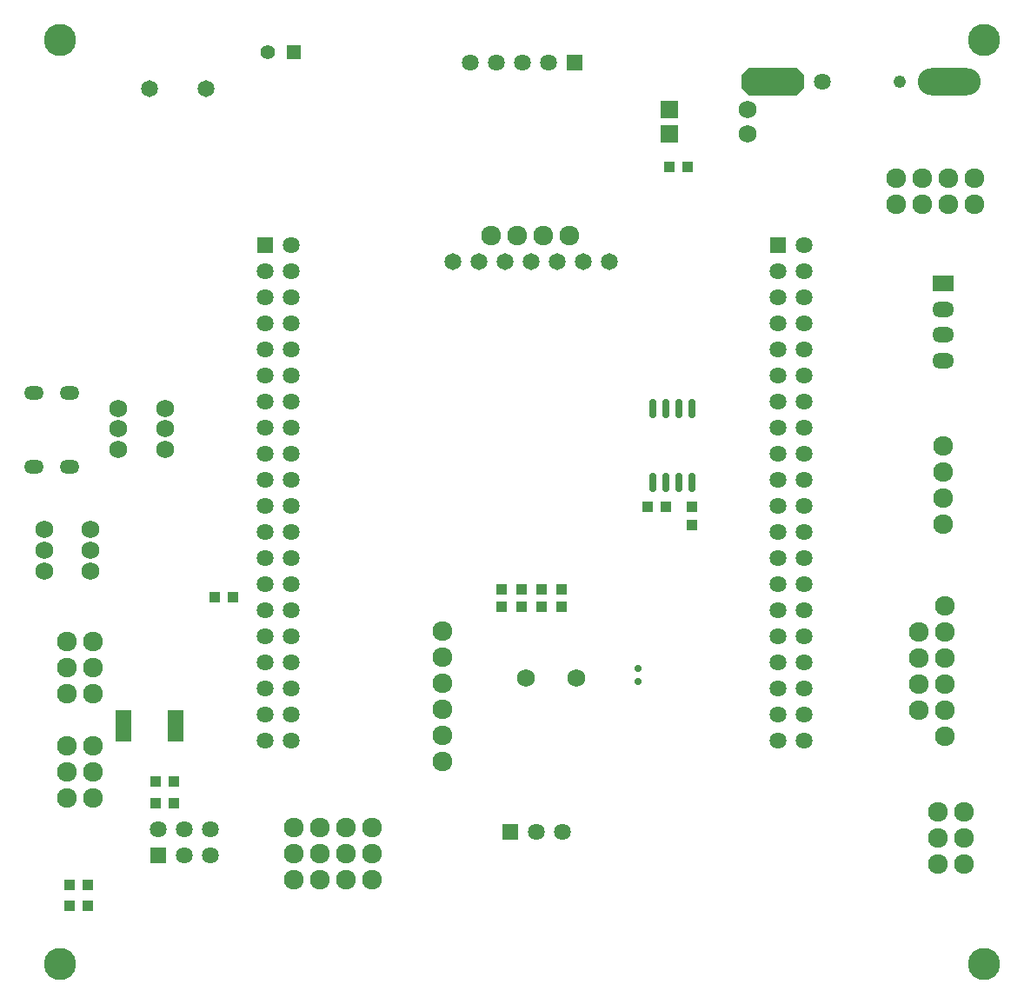
<source format=gbs>
G04*
G04 #@! TF.GenerationSoftware,Altium Limited,Altium Designer,19.0.4 (130)*
G04*
G04 Layer_Color=16711935*
%FSLAX24Y24*%
%MOIN*%
G70*
G01*
G75*
%ADD30R,0.0400X0.0430*%
%ADD36R,0.0430X0.0400*%
%ADD42R,0.0641X0.1231*%
%ADD43C,0.0483*%
%ADD44C,0.0641*%
%ADD45C,0.0759*%
%ADD46R,0.0641X0.0641*%
%ADD47C,0.0680*%
%ADD48O,0.0759X0.0522*%
%ADD49R,0.0641X0.0641*%
%ADD50C,0.0286*%
%ADD51C,0.0650*%
%ADD52C,0.0680*%
%ADD53R,0.0837X0.0601*%
%ADD54O,0.0837X0.0601*%
%ADD55C,0.0550*%
%ADD56R,0.0550X0.0550*%
%ADD57R,0.0680X0.0680*%
%ADD58C,0.1231*%
%ADD84O,0.2412X0.1034*%
G04:AMPARAMS|DCode=85|XSize=103.4mil|YSize=241.2mil|CornerRadius=0mil|HoleSize=0mil|Usage=FLASHONLY|Rotation=90.000|XOffset=0mil|YOffset=0mil|HoleType=Round|Shape=Octagon|*
%AMOCTAGOND85*
4,1,8,-0.1206,-0.0259,-0.1206,0.0259,-0.0948,0.0517,0.0948,0.0517,0.1206,0.0259,0.1206,-0.0259,0.0948,-0.0517,-0.0948,-0.0517,-0.1206,-0.0259,0.0*
%
%ADD85OCTAGOND85*%

%ADD86O,0.0286X0.0759*%
D30*
X18904Y16350D02*
D03*
Y15660D02*
D03*
X19667Y16350D02*
D03*
Y15660D02*
D03*
X20435Y16350D02*
D03*
Y15660D02*
D03*
X21228Y16350D02*
D03*
Y15660D02*
D03*
X26200Y18800D02*
D03*
Y19490D02*
D03*
D36*
X5660Y8150D02*
D03*
X6350D02*
D03*
X6340Y8980D02*
D03*
X5650D02*
D03*
X2360Y4200D02*
D03*
X3050D02*
D03*
X3040Y5000D02*
D03*
X2350D02*
D03*
X25200Y19500D02*
D03*
X24510D02*
D03*
X7910Y16050D02*
D03*
X8600D02*
D03*
X25350Y32550D02*
D03*
X26040D02*
D03*
D42*
X4400Y11100D02*
D03*
X6400D02*
D03*
D43*
X34176Y35800D02*
D03*
D44*
X31223Y35810D02*
D03*
X10843Y29528D02*
D03*
X9843Y28528D02*
D03*
X10843D02*
D03*
X9843Y27528D02*
D03*
X10843D02*
D03*
X9843Y26528D02*
D03*
X10843D02*
D03*
X9843Y25528D02*
D03*
X10843D02*
D03*
X9843Y24528D02*
D03*
X10843D02*
D03*
X9843Y23528D02*
D03*
X10843D02*
D03*
X9843Y22528D02*
D03*
X10843D02*
D03*
X9843Y21528D02*
D03*
X10843D02*
D03*
X9843Y20528D02*
D03*
X10843D02*
D03*
X9843Y19528D02*
D03*
X10843D02*
D03*
X9843Y18528D02*
D03*
X10843D02*
D03*
X9843Y17528D02*
D03*
X10843D02*
D03*
X9843Y16528D02*
D03*
X10843D02*
D03*
X9843Y15528D02*
D03*
X10843D02*
D03*
X9843Y14528D02*
D03*
X10843D02*
D03*
X9843Y13528D02*
D03*
X10843D02*
D03*
X9843Y12528D02*
D03*
X10843D02*
D03*
X9843Y11528D02*
D03*
X10843D02*
D03*
X9843Y10528D02*
D03*
X10843D02*
D03*
X17700Y36530D02*
D03*
X20700D02*
D03*
X19700D02*
D03*
X18700D02*
D03*
X7750Y7122D02*
D03*
Y6122D02*
D03*
X6750Y7122D02*
D03*
Y6122D02*
D03*
X5750Y7122D02*
D03*
X30528Y10528D02*
D03*
X29528D02*
D03*
X30528Y11528D02*
D03*
X29528D02*
D03*
X30528Y12528D02*
D03*
X29528D02*
D03*
X30528Y13528D02*
D03*
X29528D02*
D03*
X30528Y14528D02*
D03*
X29528D02*
D03*
X30528Y15528D02*
D03*
X29528D02*
D03*
X30528Y16528D02*
D03*
X29528D02*
D03*
X30528Y17528D02*
D03*
X29528D02*
D03*
X30528Y18528D02*
D03*
X29528D02*
D03*
X30528Y19528D02*
D03*
X29528D02*
D03*
X30528Y20528D02*
D03*
X29528D02*
D03*
X30528Y21528D02*
D03*
X29528D02*
D03*
X30528Y22528D02*
D03*
X29528D02*
D03*
X30528Y23528D02*
D03*
X29528D02*
D03*
X30528Y24528D02*
D03*
X29528D02*
D03*
X30528Y25528D02*
D03*
X29528D02*
D03*
X30528Y26528D02*
D03*
X29528D02*
D03*
X30528Y27528D02*
D03*
X29528D02*
D03*
X30528Y28528D02*
D03*
X29528D02*
D03*
X30528Y29528D02*
D03*
X20250Y7050D02*
D03*
X21250D02*
D03*
D45*
X21506Y29900D02*
D03*
X20506D02*
D03*
X19506D02*
D03*
X18506D02*
D03*
X13950Y5200D02*
D03*
X12950D02*
D03*
X11950D02*
D03*
X10950D02*
D03*
X34900Y14697D02*
D03*
Y13697D02*
D03*
Y12697D02*
D03*
Y11697D02*
D03*
X36050Y31100D02*
D03*
Y32100D02*
D03*
X37050D02*
D03*
Y31100D02*
D03*
X34050D02*
D03*
Y32100D02*
D03*
X35050Y31100D02*
D03*
Y32100D02*
D03*
X36650Y6800D02*
D03*
X35650Y7800D02*
D03*
X36650D02*
D03*
X35650Y6800D02*
D03*
Y5800D02*
D03*
X36650D02*
D03*
X16650Y11742D02*
D03*
Y10742D02*
D03*
Y12742D02*
D03*
Y13742D02*
D03*
Y14742D02*
D03*
Y9742D02*
D03*
X10950Y6200D02*
D03*
Y7200D02*
D03*
X12950Y6200D02*
D03*
Y7200D02*
D03*
X13950Y6200D02*
D03*
Y7200D02*
D03*
X11950Y6200D02*
D03*
Y7200D02*
D03*
X35900Y15697D02*
D03*
Y10697D02*
D03*
Y11697D02*
D03*
Y12697D02*
D03*
Y14697D02*
D03*
Y13697D02*
D03*
X35850Y21850D02*
D03*
Y20850D02*
D03*
Y19850D02*
D03*
Y18850D02*
D03*
X2250Y10350D02*
D03*
X3250D02*
D03*
Y9350D02*
D03*
X2250Y8350D02*
D03*
X3250D02*
D03*
X2250Y9350D02*
D03*
Y14350D02*
D03*
X3250D02*
D03*
Y13350D02*
D03*
X2250Y12350D02*
D03*
X3250D02*
D03*
X2250Y13350D02*
D03*
D46*
X9843Y29528D02*
D03*
X29528D02*
D03*
D47*
X4228Y23278D02*
D03*
Y22491D02*
D03*
Y21703D02*
D03*
X6000D02*
D03*
Y22491D02*
D03*
Y23278D02*
D03*
X1378Y18627D02*
D03*
Y17840D02*
D03*
Y17053D02*
D03*
X3150D02*
D03*
Y17840D02*
D03*
Y18627D02*
D03*
D48*
X996Y21042D02*
D03*
X996Y23857D02*
D03*
X2355Y23858D02*
D03*
X2355Y21043D02*
D03*
D49*
X21700Y36530D02*
D03*
X5750Y6122D02*
D03*
X19250Y7050D02*
D03*
D50*
X24150Y12800D02*
D03*
Y13300D02*
D03*
D51*
X17050Y28900D02*
D03*
X18050D02*
D03*
X19050D02*
D03*
X20050D02*
D03*
X21050D02*
D03*
X22050D02*
D03*
X23050D02*
D03*
X5417Y35550D02*
D03*
X7583D02*
D03*
D52*
X21765Y12943D02*
D03*
X19835D02*
D03*
X28350Y34750D02*
D03*
Y33800D02*
D03*
D53*
X35850Y28068D02*
D03*
D54*
Y27084D02*
D03*
Y26100D02*
D03*
Y25116D02*
D03*
D55*
X9950Y36950D02*
D03*
D56*
X10950D02*
D03*
D57*
X25350Y34750D02*
D03*
Y33800D02*
D03*
D58*
X1969Y37402D02*
D03*
X37402D02*
D03*
Y1969D02*
D03*
X1969Y1969D02*
D03*
D84*
X36085Y35800D02*
D03*
D85*
X29314D02*
D03*
D86*
X24700Y23285D02*
D03*
X25200D02*
D03*
X25700D02*
D03*
X26200D02*
D03*
X24700Y20450D02*
D03*
X25200D02*
D03*
X25700D02*
D03*
X26200D02*
D03*
M02*

</source>
